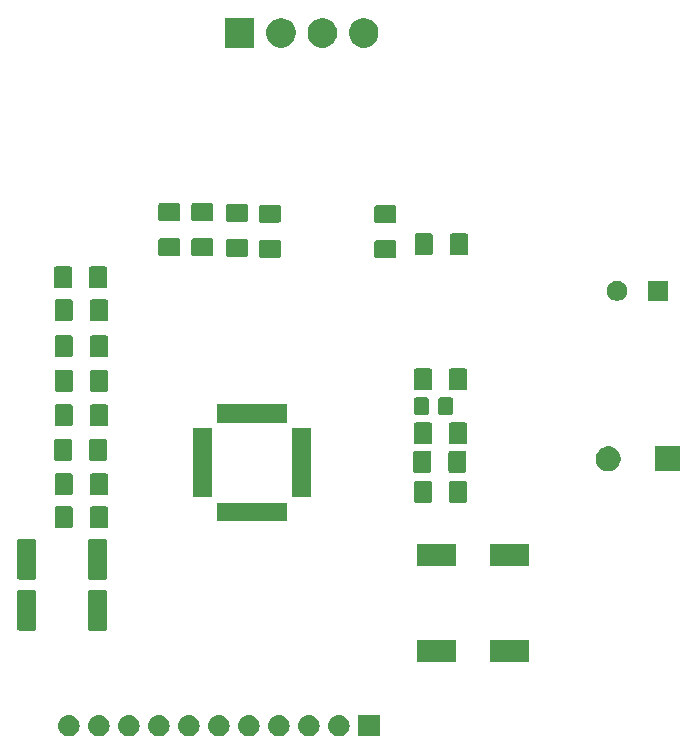
<source format=gbr>
G04 #@! TF.GenerationSoftware,KiCad,Pcbnew,(5.1.4-0-10_14)*
G04 #@! TF.CreationDate,2020-01-18T12:34:28-08:00*
G04 #@! TF.ProjectId,Board,426f6172-642e-46b6-9963-61645f706362,v1.0*
G04 #@! TF.SameCoordinates,Original*
G04 #@! TF.FileFunction,Soldermask,Top*
G04 #@! TF.FilePolarity,Negative*
%FSLAX46Y46*%
G04 Gerber Fmt 4.6, Leading zero omitted, Abs format (unit mm)*
G04 Created by KiCad (PCBNEW (5.1.4-0-10_14)) date 2020-01-18 12:34:28*
%MOMM*%
%LPD*%
G04 APERTURE LIST*
%ADD10C,0.100000*%
G04 APERTURE END LIST*
D10*
G36*
X77990000Y-94119000D02*
G01*
X76188000Y-94119000D01*
X76188000Y-92317000D01*
X77990000Y-92317000D01*
X77990000Y-94119000D01*
X77990000Y-94119000D01*
G37*
G36*
X74659442Y-92323518D02*
G01*
X74725627Y-92330037D01*
X74895466Y-92381557D01*
X75051991Y-92465222D01*
X75087729Y-92494552D01*
X75189186Y-92577814D01*
X75272448Y-92679271D01*
X75301778Y-92715009D01*
X75385443Y-92871534D01*
X75436963Y-93041373D01*
X75454359Y-93218000D01*
X75436963Y-93394627D01*
X75385443Y-93564466D01*
X75301778Y-93720991D01*
X75272448Y-93756729D01*
X75189186Y-93858186D01*
X75087729Y-93941448D01*
X75051991Y-93970778D01*
X74895466Y-94054443D01*
X74725627Y-94105963D01*
X74659442Y-94112482D01*
X74593260Y-94119000D01*
X74504740Y-94119000D01*
X74438558Y-94112482D01*
X74372373Y-94105963D01*
X74202534Y-94054443D01*
X74046009Y-93970778D01*
X74010271Y-93941448D01*
X73908814Y-93858186D01*
X73825552Y-93756729D01*
X73796222Y-93720991D01*
X73712557Y-93564466D01*
X73661037Y-93394627D01*
X73643641Y-93218000D01*
X73661037Y-93041373D01*
X73712557Y-92871534D01*
X73796222Y-92715009D01*
X73825552Y-92679271D01*
X73908814Y-92577814D01*
X74010271Y-92494552D01*
X74046009Y-92465222D01*
X74202534Y-92381557D01*
X74372373Y-92330037D01*
X74438558Y-92323518D01*
X74504740Y-92317000D01*
X74593260Y-92317000D01*
X74659442Y-92323518D01*
X74659442Y-92323518D01*
G37*
G36*
X72119442Y-92323518D02*
G01*
X72185627Y-92330037D01*
X72355466Y-92381557D01*
X72511991Y-92465222D01*
X72547729Y-92494552D01*
X72649186Y-92577814D01*
X72732448Y-92679271D01*
X72761778Y-92715009D01*
X72845443Y-92871534D01*
X72896963Y-93041373D01*
X72914359Y-93218000D01*
X72896963Y-93394627D01*
X72845443Y-93564466D01*
X72761778Y-93720991D01*
X72732448Y-93756729D01*
X72649186Y-93858186D01*
X72547729Y-93941448D01*
X72511991Y-93970778D01*
X72355466Y-94054443D01*
X72185627Y-94105963D01*
X72119442Y-94112482D01*
X72053260Y-94119000D01*
X71964740Y-94119000D01*
X71898558Y-94112482D01*
X71832373Y-94105963D01*
X71662534Y-94054443D01*
X71506009Y-93970778D01*
X71470271Y-93941448D01*
X71368814Y-93858186D01*
X71285552Y-93756729D01*
X71256222Y-93720991D01*
X71172557Y-93564466D01*
X71121037Y-93394627D01*
X71103641Y-93218000D01*
X71121037Y-93041373D01*
X71172557Y-92871534D01*
X71256222Y-92715009D01*
X71285552Y-92679271D01*
X71368814Y-92577814D01*
X71470271Y-92494552D01*
X71506009Y-92465222D01*
X71662534Y-92381557D01*
X71832373Y-92330037D01*
X71898558Y-92323518D01*
X71964740Y-92317000D01*
X72053260Y-92317000D01*
X72119442Y-92323518D01*
X72119442Y-92323518D01*
G37*
G36*
X69579442Y-92323518D02*
G01*
X69645627Y-92330037D01*
X69815466Y-92381557D01*
X69971991Y-92465222D01*
X70007729Y-92494552D01*
X70109186Y-92577814D01*
X70192448Y-92679271D01*
X70221778Y-92715009D01*
X70305443Y-92871534D01*
X70356963Y-93041373D01*
X70374359Y-93218000D01*
X70356963Y-93394627D01*
X70305443Y-93564466D01*
X70221778Y-93720991D01*
X70192448Y-93756729D01*
X70109186Y-93858186D01*
X70007729Y-93941448D01*
X69971991Y-93970778D01*
X69815466Y-94054443D01*
X69645627Y-94105963D01*
X69579442Y-94112482D01*
X69513260Y-94119000D01*
X69424740Y-94119000D01*
X69358558Y-94112482D01*
X69292373Y-94105963D01*
X69122534Y-94054443D01*
X68966009Y-93970778D01*
X68930271Y-93941448D01*
X68828814Y-93858186D01*
X68745552Y-93756729D01*
X68716222Y-93720991D01*
X68632557Y-93564466D01*
X68581037Y-93394627D01*
X68563641Y-93218000D01*
X68581037Y-93041373D01*
X68632557Y-92871534D01*
X68716222Y-92715009D01*
X68745552Y-92679271D01*
X68828814Y-92577814D01*
X68930271Y-92494552D01*
X68966009Y-92465222D01*
X69122534Y-92381557D01*
X69292373Y-92330037D01*
X69358558Y-92323518D01*
X69424740Y-92317000D01*
X69513260Y-92317000D01*
X69579442Y-92323518D01*
X69579442Y-92323518D01*
G37*
G36*
X67039442Y-92323518D02*
G01*
X67105627Y-92330037D01*
X67275466Y-92381557D01*
X67431991Y-92465222D01*
X67467729Y-92494552D01*
X67569186Y-92577814D01*
X67652448Y-92679271D01*
X67681778Y-92715009D01*
X67765443Y-92871534D01*
X67816963Y-93041373D01*
X67834359Y-93218000D01*
X67816963Y-93394627D01*
X67765443Y-93564466D01*
X67681778Y-93720991D01*
X67652448Y-93756729D01*
X67569186Y-93858186D01*
X67467729Y-93941448D01*
X67431991Y-93970778D01*
X67275466Y-94054443D01*
X67105627Y-94105963D01*
X67039442Y-94112482D01*
X66973260Y-94119000D01*
X66884740Y-94119000D01*
X66818558Y-94112482D01*
X66752373Y-94105963D01*
X66582534Y-94054443D01*
X66426009Y-93970778D01*
X66390271Y-93941448D01*
X66288814Y-93858186D01*
X66205552Y-93756729D01*
X66176222Y-93720991D01*
X66092557Y-93564466D01*
X66041037Y-93394627D01*
X66023641Y-93218000D01*
X66041037Y-93041373D01*
X66092557Y-92871534D01*
X66176222Y-92715009D01*
X66205552Y-92679271D01*
X66288814Y-92577814D01*
X66390271Y-92494552D01*
X66426009Y-92465222D01*
X66582534Y-92381557D01*
X66752373Y-92330037D01*
X66818558Y-92323518D01*
X66884740Y-92317000D01*
X66973260Y-92317000D01*
X67039442Y-92323518D01*
X67039442Y-92323518D01*
G37*
G36*
X64499442Y-92323518D02*
G01*
X64565627Y-92330037D01*
X64735466Y-92381557D01*
X64891991Y-92465222D01*
X64927729Y-92494552D01*
X65029186Y-92577814D01*
X65112448Y-92679271D01*
X65141778Y-92715009D01*
X65225443Y-92871534D01*
X65276963Y-93041373D01*
X65294359Y-93218000D01*
X65276963Y-93394627D01*
X65225443Y-93564466D01*
X65141778Y-93720991D01*
X65112448Y-93756729D01*
X65029186Y-93858186D01*
X64927729Y-93941448D01*
X64891991Y-93970778D01*
X64735466Y-94054443D01*
X64565627Y-94105963D01*
X64499442Y-94112482D01*
X64433260Y-94119000D01*
X64344740Y-94119000D01*
X64278558Y-94112482D01*
X64212373Y-94105963D01*
X64042534Y-94054443D01*
X63886009Y-93970778D01*
X63850271Y-93941448D01*
X63748814Y-93858186D01*
X63665552Y-93756729D01*
X63636222Y-93720991D01*
X63552557Y-93564466D01*
X63501037Y-93394627D01*
X63483641Y-93218000D01*
X63501037Y-93041373D01*
X63552557Y-92871534D01*
X63636222Y-92715009D01*
X63665552Y-92679271D01*
X63748814Y-92577814D01*
X63850271Y-92494552D01*
X63886009Y-92465222D01*
X64042534Y-92381557D01*
X64212373Y-92330037D01*
X64278558Y-92323518D01*
X64344740Y-92317000D01*
X64433260Y-92317000D01*
X64499442Y-92323518D01*
X64499442Y-92323518D01*
G37*
G36*
X61959442Y-92323518D02*
G01*
X62025627Y-92330037D01*
X62195466Y-92381557D01*
X62351991Y-92465222D01*
X62387729Y-92494552D01*
X62489186Y-92577814D01*
X62572448Y-92679271D01*
X62601778Y-92715009D01*
X62685443Y-92871534D01*
X62736963Y-93041373D01*
X62754359Y-93218000D01*
X62736963Y-93394627D01*
X62685443Y-93564466D01*
X62601778Y-93720991D01*
X62572448Y-93756729D01*
X62489186Y-93858186D01*
X62387729Y-93941448D01*
X62351991Y-93970778D01*
X62195466Y-94054443D01*
X62025627Y-94105963D01*
X61959442Y-94112482D01*
X61893260Y-94119000D01*
X61804740Y-94119000D01*
X61738558Y-94112482D01*
X61672373Y-94105963D01*
X61502534Y-94054443D01*
X61346009Y-93970778D01*
X61310271Y-93941448D01*
X61208814Y-93858186D01*
X61125552Y-93756729D01*
X61096222Y-93720991D01*
X61012557Y-93564466D01*
X60961037Y-93394627D01*
X60943641Y-93218000D01*
X60961037Y-93041373D01*
X61012557Y-92871534D01*
X61096222Y-92715009D01*
X61125552Y-92679271D01*
X61208814Y-92577814D01*
X61310271Y-92494552D01*
X61346009Y-92465222D01*
X61502534Y-92381557D01*
X61672373Y-92330037D01*
X61738558Y-92323518D01*
X61804740Y-92317000D01*
X61893260Y-92317000D01*
X61959442Y-92323518D01*
X61959442Y-92323518D01*
G37*
G36*
X59419442Y-92323518D02*
G01*
X59485627Y-92330037D01*
X59655466Y-92381557D01*
X59811991Y-92465222D01*
X59847729Y-92494552D01*
X59949186Y-92577814D01*
X60032448Y-92679271D01*
X60061778Y-92715009D01*
X60145443Y-92871534D01*
X60196963Y-93041373D01*
X60214359Y-93218000D01*
X60196963Y-93394627D01*
X60145443Y-93564466D01*
X60061778Y-93720991D01*
X60032448Y-93756729D01*
X59949186Y-93858186D01*
X59847729Y-93941448D01*
X59811991Y-93970778D01*
X59655466Y-94054443D01*
X59485627Y-94105963D01*
X59419442Y-94112482D01*
X59353260Y-94119000D01*
X59264740Y-94119000D01*
X59198558Y-94112482D01*
X59132373Y-94105963D01*
X58962534Y-94054443D01*
X58806009Y-93970778D01*
X58770271Y-93941448D01*
X58668814Y-93858186D01*
X58585552Y-93756729D01*
X58556222Y-93720991D01*
X58472557Y-93564466D01*
X58421037Y-93394627D01*
X58403641Y-93218000D01*
X58421037Y-93041373D01*
X58472557Y-92871534D01*
X58556222Y-92715009D01*
X58585552Y-92679271D01*
X58668814Y-92577814D01*
X58770271Y-92494552D01*
X58806009Y-92465222D01*
X58962534Y-92381557D01*
X59132373Y-92330037D01*
X59198558Y-92323518D01*
X59264740Y-92317000D01*
X59353260Y-92317000D01*
X59419442Y-92323518D01*
X59419442Y-92323518D01*
G37*
G36*
X56879442Y-92323518D02*
G01*
X56945627Y-92330037D01*
X57115466Y-92381557D01*
X57271991Y-92465222D01*
X57307729Y-92494552D01*
X57409186Y-92577814D01*
X57492448Y-92679271D01*
X57521778Y-92715009D01*
X57605443Y-92871534D01*
X57656963Y-93041373D01*
X57674359Y-93218000D01*
X57656963Y-93394627D01*
X57605443Y-93564466D01*
X57521778Y-93720991D01*
X57492448Y-93756729D01*
X57409186Y-93858186D01*
X57307729Y-93941448D01*
X57271991Y-93970778D01*
X57115466Y-94054443D01*
X56945627Y-94105963D01*
X56879442Y-94112482D01*
X56813260Y-94119000D01*
X56724740Y-94119000D01*
X56658558Y-94112482D01*
X56592373Y-94105963D01*
X56422534Y-94054443D01*
X56266009Y-93970778D01*
X56230271Y-93941448D01*
X56128814Y-93858186D01*
X56045552Y-93756729D01*
X56016222Y-93720991D01*
X55932557Y-93564466D01*
X55881037Y-93394627D01*
X55863641Y-93218000D01*
X55881037Y-93041373D01*
X55932557Y-92871534D01*
X56016222Y-92715009D01*
X56045552Y-92679271D01*
X56128814Y-92577814D01*
X56230271Y-92494552D01*
X56266009Y-92465222D01*
X56422534Y-92381557D01*
X56592373Y-92330037D01*
X56658558Y-92323518D01*
X56724740Y-92317000D01*
X56813260Y-92317000D01*
X56879442Y-92323518D01*
X56879442Y-92323518D01*
G37*
G36*
X54339442Y-92323518D02*
G01*
X54405627Y-92330037D01*
X54575466Y-92381557D01*
X54731991Y-92465222D01*
X54767729Y-92494552D01*
X54869186Y-92577814D01*
X54952448Y-92679271D01*
X54981778Y-92715009D01*
X55065443Y-92871534D01*
X55116963Y-93041373D01*
X55134359Y-93218000D01*
X55116963Y-93394627D01*
X55065443Y-93564466D01*
X54981778Y-93720991D01*
X54952448Y-93756729D01*
X54869186Y-93858186D01*
X54767729Y-93941448D01*
X54731991Y-93970778D01*
X54575466Y-94054443D01*
X54405627Y-94105963D01*
X54339442Y-94112482D01*
X54273260Y-94119000D01*
X54184740Y-94119000D01*
X54118558Y-94112482D01*
X54052373Y-94105963D01*
X53882534Y-94054443D01*
X53726009Y-93970778D01*
X53690271Y-93941448D01*
X53588814Y-93858186D01*
X53505552Y-93756729D01*
X53476222Y-93720991D01*
X53392557Y-93564466D01*
X53341037Y-93394627D01*
X53323641Y-93218000D01*
X53341037Y-93041373D01*
X53392557Y-92871534D01*
X53476222Y-92715009D01*
X53505552Y-92679271D01*
X53588814Y-92577814D01*
X53690271Y-92494552D01*
X53726009Y-92465222D01*
X53882534Y-92381557D01*
X54052373Y-92330037D01*
X54118558Y-92323518D01*
X54184740Y-92317000D01*
X54273260Y-92317000D01*
X54339442Y-92323518D01*
X54339442Y-92323518D01*
G37*
G36*
X51799442Y-92323518D02*
G01*
X51865627Y-92330037D01*
X52035466Y-92381557D01*
X52191991Y-92465222D01*
X52227729Y-92494552D01*
X52329186Y-92577814D01*
X52412448Y-92679271D01*
X52441778Y-92715009D01*
X52525443Y-92871534D01*
X52576963Y-93041373D01*
X52594359Y-93218000D01*
X52576963Y-93394627D01*
X52525443Y-93564466D01*
X52441778Y-93720991D01*
X52412448Y-93756729D01*
X52329186Y-93858186D01*
X52227729Y-93941448D01*
X52191991Y-93970778D01*
X52035466Y-94054443D01*
X51865627Y-94105963D01*
X51799442Y-94112482D01*
X51733260Y-94119000D01*
X51644740Y-94119000D01*
X51578558Y-94112482D01*
X51512373Y-94105963D01*
X51342534Y-94054443D01*
X51186009Y-93970778D01*
X51150271Y-93941448D01*
X51048814Y-93858186D01*
X50965552Y-93756729D01*
X50936222Y-93720991D01*
X50852557Y-93564466D01*
X50801037Y-93394627D01*
X50783641Y-93218000D01*
X50801037Y-93041373D01*
X50852557Y-92871534D01*
X50936222Y-92715009D01*
X50965552Y-92679271D01*
X51048814Y-92577814D01*
X51150271Y-92494552D01*
X51186009Y-92465222D01*
X51342534Y-92381557D01*
X51512373Y-92330037D01*
X51578558Y-92323518D01*
X51644740Y-92317000D01*
X51733260Y-92317000D01*
X51799442Y-92323518D01*
X51799442Y-92323518D01*
G37*
G36*
X90655000Y-87819000D02*
G01*
X87353000Y-87819000D01*
X87353000Y-85917000D01*
X90655000Y-85917000D01*
X90655000Y-87819000D01*
X90655000Y-87819000D01*
G37*
G36*
X84455000Y-87819000D02*
G01*
X81153000Y-87819000D01*
X81153000Y-85917000D01*
X84455000Y-85917000D01*
X84455000Y-87819000D01*
X84455000Y-87819000D01*
G37*
G36*
X48793320Y-81717103D02*
G01*
X48827485Y-81727467D01*
X48858964Y-81744293D01*
X48886560Y-81766940D01*
X48909207Y-81794536D01*
X48926033Y-81826015D01*
X48936397Y-81860180D01*
X48940500Y-81901842D01*
X48940500Y-84976158D01*
X48936397Y-85017820D01*
X48926033Y-85051985D01*
X48909207Y-85083464D01*
X48886560Y-85111060D01*
X48858964Y-85133707D01*
X48827485Y-85150533D01*
X48793320Y-85160897D01*
X48751658Y-85165000D01*
X47502342Y-85165000D01*
X47460680Y-85160897D01*
X47426515Y-85150533D01*
X47395036Y-85133707D01*
X47367440Y-85111060D01*
X47344793Y-85083464D01*
X47327967Y-85051985D01*
X47317603Y-85017820D01*
X47313500Y-84976158D01*
X47313500Y-81901842D01*
X47317603Y-81860180D01*
X47327967Y-81826015D01*
X47344793Y-81794536D01*
X47367440Y-81766940D01*
X47395036Y-81744293D01*
X47426515Y-81727467D01*
X47460680Y-81717103D01*
X47502342Y-81713000D01*
X48751658Y-81713000D01*
X48793320Y-81717103D01*
X48793320Y-81717103D01*
G37*
G36*
X54768320Y-81717103D02*
G01*
X54802485Y-81727467D01*
X54833964Y-81744293D01*
X54861560Y-81766940D01*
X54884207Y-81794536D01*
X54901033Y-81826015D01*
X54911397Y-81860180D01*
X54915500Y-81901842D01*
X54915500Y-84976158D01*
X54911397Y-85017820D01*
X54901033Y-85051985D01*
X54884207Y-85083464D01*
X54861560Y-85111060D01*
X54833964Y-85133707D01*
X54802485Y-85150533D01*
X54768320Y-85160897D01*
X54726658Y-85165000D01*
X53477342Y-85165000D01*
X53435680Y-85160897D01*
X53401515Y-85150533D01*
X53370036Y-85133707D01*
X53342440Y-85111060D01*
X53319793Y-85083464D01*
X53302967Y-85051985D01*
X53292603Y-85017820D01*
X53288500Y-84976158D01*
X53288500Y-81901842D01*
X53292603Y-81860180D01*
X53302967Y-81826015D01*
X53319793Y-81794536D01*
X53342440Y-81766940D01*
X53370036Y-81744293D01*
X53401515Y-81727467D01*
X53435680Y-81717103D01*
X53477342Y-81713000D01*
X54726658Y-81713000D01*
X54768320Y-81717103D01*
X54768320Y-81717103D01*
G37*
G36*
X54768320Y-77399103D02*
G01*
X54802485Y-77409467D01*
X54833964Y-77426293D01*
X54861560Y-77448940D01*
X54884207Y-77476536D01*
X54901033Y-77508015D01*
X54911397Y-77542180D01*
X54915500Y-77583842D01*
X54915500Y-80658158D01*
X54911397Y-80699820D01*
X54901033Y-80733985D01*
X54884207Y-80765464D01*
X54861560Y-80793060D01*
X54833964Y-80815707D01*
X54802485Y-80832533D01*
X54768320Y-80842897D01*
X54726658Y-80847000D01*
X53477342Y-80847000D01*
X53435680Y-80842897D01*
X53401515Y-80832533D01*
X53370036Y-80815707D01*
X53342440Y-80793060D01*
X53319793Y-80765464D01*
X53302967Y-80733985D01*
X53292603Y-80699820D01*
X53288500Y-80658158D01*
X53288500Y-77583842D01*
X53292603Y-77542180D01*
X53302967Y-77508015D01*
X53319793Y-77476536D01*
X53342440Y-77448940D01*
X53370036Y-77426293D01*
X53401515Y-77409467D01*
X53435680Y-77399103D01*
X53477342Y-77395000D01*
X54726658Y-77395000D01*
X54768320Y-77399103D01*
X54768320Y-77399103D01*
G37*
G36*
X48793320Y-77399103D02*
G01*
X48827485Y-77409467D01*
X48858964Y-77426293D01*
X48886560Y-77448940D01*
X48909207Y-77476536D01*
X48926033Y-77508015D01*
X48936397Y-77542180D01*
X48940500Y-77583842D01*
X48940500Y-80658158D01*
X48936397Y-80699820D01*
X48926033Y-80733985D01*
X48909207Y-80765464D01*
X48886560Y-80793060D01*
X48858964Y-80815707D01*
X48827485Y-80832533D01*
X48793320Y-80842897D01*
X48751658Y-80847000D01*
X47502342Y-80847000D01*
X47460680Y-80842897D01*
X47426515Y-80832533D01*
X47395036Y-80815707D01*
X47367440Y-80793060D01*
X47344793Y-80765464D01*
X47327967Y-80733985D01*
X47317603Y-80699820D01*
X47313500Y-80658158D01*
X47313500Y-77583842D01*
X47317603Y-77542180D01*
X47327967Y-77508015D01*
X47344793Y-77476536D01*
X47367440Y-77448940D01*
X47395036Y-77426293D01*
X47426515Y-77409467D01*
X47460680Y-77399103D01*
X47502342Y-77395000D01*
X48751658Y-77395000D01*
X48793320Y-77399103D01*
X48793320Y-77399103D01*
G37*
G36*
X90655000Y-79691000D02*
G01*
X87353000Y-79691000D01*
X87353000Y-77789000D01*
X90655000Y-77789000D01*
X90655000Y-79691000D01*
X90655000Y-79691000D01*
G37*
G36*
X84455000Y-79691000D02*
G01*
X81153000Y-79691000D01*
X81153000Y-77789000D01*
X84455000Y-77789000D01*
X84455000Y-79691000D01*
X84455000Y-79691000D01*
G37*
G36*
X54842062Y-74643181D02*
G01*
X54876981Y-74653774D01*
X54909163Y-74670976D01*
X54937373Y-74694127D01*
X54960524Y-74722337D01*
X54977726Y-74754519D01*
X54988319Y-74789438D01*
X54992500Y-74831895D01*
X54992500Y-76298105D01*
X54988319Y-76340562D01*
X54977726Y-76375481D01*
X54960524Y-76407663D01*
X54937373Y-76435873D01*
X54909163Y-76459024D01*
X54876981Y-76476226D01*
X54842062Y-76486819D01*
X54799605Y-76491000D01*
X53658395Y-76491000D01*
X53615938Y-76486819D01*
X53581019Y-76476226D01*
X53548837Y-76459024D01*
X53520627Y-76435873D01*
X53497476Y-76407663D01*
X53480274Y-76375481D01*
X53469681Y-76340562D01*
X53465500Y-76298105D01*
X53465500Y-74831895D01*
X53469681Y-74789438D01*
X53480274Y-74754519D01*
X53497476Y-74722337D01*
X53520627Y-74694127D01*
X53548837Y-74670976D01*
X53581019Y-74653774D01*
X53615938Y-74643181D01*
X53658395Y-74639000D01*
X54799605Y-74639000D01*
X54842062Y-74643181D01*
X54842062Y-74643181D01*
G37*
G36*
X51867062Y-74643181D02*
G01*
X51901981Y-74653774D01*
X51934163Y-74670976D01*
X51962373Y-74694127D01*
X51985524Y-74722337D01*
X52002726Y-74754519D01*
X52013319Y-74789438D01*
X52017500Y-74831895D01*
X52017500Y-76298105D01*
X52013319Y-76340562D01*
X52002726Y-76375481D01*
X51985524Y-76407663D01*
X51962373Y-76435873D01*
X51934163Y-76459024D01*
X51901981Y-76476226D01*
X51867062Y-76486819D01*
X51824605Y-76491000D01*
X50683395Y-76491000D01*
X50640938Y-76486819D01*
X50606019Y-76476226D01*
X50573837Y-76459024D01*
X50545627Y-76435873D01*
X50522476Y-76407663D01*
X50505274Y-76375481D01*
X50494681Y-76340562D01*
X50490500Y-76298105D01*
X50490500Y-74831895D01*
X50494681Y-74789438D01*
X50505274Y-74754519D01*
X50522476Y-74722337D01*
X50545627Y-74694127D01*
X50573837Y-74670976D01*
X50606019Y-74653774D01*
X50640938Y-74643181D01*
X50683395Y-74639000D01*
X51824605Y-74639000D01*
X51867062Y-74643181D01*
X51867062Y-74643181D01*
G37*
G36*
X70127001Y-75907001D02*
G01*
X64245001Y-75907001D01*
X64245001Y-74315001D01*
X70127001Y-74315001D01*
X70127001Y-75907001D01*
X70127001Y-75907001D01*
G37*
G36*
X82274062Y-72484181D02*
G01*
X82308981Y-72494774D01*
X82341163Y-72511976D01*
X82369373Y-72535127D01*
X82392524Y-72563337D01*
X82409726Y-72595519D01*
X82420319Y-72630438D01*
X82424500Y-72672895D01*
X82424500Y-74139105D01*
X82420319Y-74181562D01*
X82409726Y-74216481D01*
X82392524Y-74248663D01*
X82369373Y-74276873D01*
X82341163Y-74300024D01*
X82308981Y-74317226D01*
X82274062Y-74327819D01*
X82231605Y-74332000D01*
X81090395Y-74332000D01*
X81047938Y-74327819D01*
X81013019Y-74317226D01*
X80980837Y-74300024D01*
X80952627Y-74276873D01*
X80929476Y-74248663D01*
X80912274Y-74216481D01*
X80901681Y-74181562D01*
X80897500Y-74139105D01*
X80897500Y-72672895D01*
X80901681Y-72630438D01*
X80912274Y-72595519D01*
X80929476Y-72563337D01*
X80952627Y-72535127D01*
X80980837Y-72511976D01*
X81013019Y-72494774D01*
X81047938Y-72484181D01*
X81090395Y-72480000D01*
X82231605Y-72480000D01*
X82274062Y-72484181D01*
X82274062Y-72484181D01*
G37*
G36*
X85249062Y-72484181D02*
G01*
X85283981Y-72494774D01*
X85316163Y-72511976D01*
X85344373Y-72535127D01*
X85367524Y-72563337D01*
X85384726Y-72595519D01*
X85395319Y-72630438D01*
X85399500Y-72672895D01*
X85399500Y-74139105D01*
X85395319Y-74181562D01*
X85384726Y-74216481D01*
X85367524Y-74248663D01*
X85344373Y-74276873D01*
X85316163Y-74300024D01*
X85283981Y-74317226D01*
X85249062Y-74327819D01*
X85206605Y-74332000D01*
X84065395Y-74332000D01*
X84022938Y-74327819D01*
X83988019Y-74317226D01*
X83955837Y-74300024D01*
X83927627Y-74276873D01*
X83904476Y-74248663D01*
X83887274Y-74216481D01*
X83876681Y-74181562D01*
X83872500Y-74139105D01*
X83872500Y-72672895D01*
X83876681Y-72630438D01*
X83887274Y-72595519D01*
X83904476Y-72563337D01*
X83927627Y-72535127D01*
X83955837Y-72511976D01*
X83988019Y-72494774D01*
X84022938Y-72484181D01*
X84065395Y-72480000D01*
X85206605Y-72480000D01*
X85249062Y-72484181D01*
X85249062Y-72484181D01*
G37*
G36*
X72152001Y-73882001D02*
G01*
X70560001Y-73882001D01*
X70560001Y-68000001D01*
X72152001Y-68000001D01*
X72152001Y-73882001D01*
X72152001Y-73882001D01*
G37*
G36*
X63812001Y-73882001D02*
G01*
X62220001Y-73882001D01*
X62220001Y-68000001D01*
X63812001Y-68000001D01*
X63812001Y-73882001D01*
X63812001Y-73882001D01*
G37*
G36*
X54842062Y-71849181D02*
G01*
X54876981Y-71859774D01*
X54909163Y-71876976D01*
X54937373Y-71900127D01*
X54960524Y-71928337D01*
X54977726Y-71960519D01*
X54988319Y-71995438D01*
X54992500Y-72037895D01*
X54992500Y-73504105D01*
X54988319Y-73546562D01*
X54977726Y-73581481D01*
X54960524Y-73613663D01*
X54937373Y-73641873D01*
X54909163Y-73665024D01*
X54876981Y-73682226D01*
X54842062Y-73692819D01*
X54799605Y-73697000D01*
X53658395Y-73697000D01*
X53615938Y-73692819D01*
X53581019Y-73682226D01*
X53548837Y-73665024D01*
X53520627Y-73641873D01*
X53497476Y-73613663D01*
X53480274Y-73581481D01*
X53469681Y-73546562D01*
X53465500Y-73504105D01*
X53465500Y-72037895D01*
X53469681Y-71995438D01*
X53480274Y-71960519D01*
X53497476Y-71928337D01*
X53520627Y-71900127D01*
X53548837Y-71876976D01*
X53581019Y-71859774D01*
X53615938Y-71849181D01*
X53658395Y-71845000D01*
X54799605Y-71845000D01*
X54842062Y-71849181D01*
X54842062Y-71849181D01*
G37*
G36*
X51867062Y-71849181D02*
G01*
X51901981Y-71859774D01*
X51934163Y-71876976D01*
X51962373Y-71900127D01*
X51985524Y-71928337D01*
X52002726Y-71960519D01*
X52013319Y-71995438D01*
X52017500Y-72037895D01*
X52017500Y-73504105D01*
X52013319Y-73546562D01*
X52002726Y-73581481D01*
X51985524Y-73613663D01*
X51962373Y-73641873D01*
X51934163Y-73665024D01*
X51901981Y-73682226D01*
X51867062Y-73692819D01*
X51824605Y-73697000D01*
X50683395Y-73697000D01*
X50640938Y-73692819D01*
X50606019Y-73682226D01*
X50573837Y-73665024D01*
X50545627Y-73641873D01*
X50522476Y-73613663D01*
X50505274Y-73581481D01*
X50494681Y-73546562D01*
X50490500Y-73504105D01*
X50490500Y-72037895D01*
X50494681Y-71995438D01*
X50505274Y-71960519D01*
X50522476Y-71928337D01*
X50545627Y-71900127D01*
X50573837Y-71876976D01*
X50606019Y-71859774D01*
X50640938Y-71849181D01*
X50683395Y-71845000D01*
X51824605Y-71845000D01*
X51867062Y-71849181D01*
X51867062Y-71849181D01*
G37*
G36*
X85195062Y-69944181D02*
G01*
X85229981Y-69954774D01*
X85262163Y-69971976D01*
X85290373Y-69995127D01*
X85313524Y-70023337D01*
X85330726Y-70055519D01*
X85341319Y-70090438D01*
X85345500Y-70132895D01*
X85345500Y-71599105D01*
X85341319Y-71641562D01*
X85330726Y-71676481D01*
X85313524Y-71708663D01*
X85290373Y-71736873D01*
X85262163Y-71760024D01*
X85229981Y-71777226D01*
X85195062Y-71787819D01*
X85152605Y-71792000D01*
X84011395Y-71792000D01*
X83968938Y-71787819D01*
X83934019Y-71777226D01*
X83901837Y-71760024D01*
X83873627Y-71736873D01*
X83850476Y-71708663D01*
X83833274Y-71676481D01*
X83822681Y-71641562D01*
X83818500Y-71599105D01*
X83818500Y-70132895D01*
X83822681Y-70090438D01*
X83833274Y-70055519D01*
X83850476Y-70023337D01*
X83873627Y-69995127D01*
X83901837Y-69971976D01*
X83934019Y-69954774D01*
X83968938Y-69944181D01*
X84011395Y-69940000D01*
X85152605Y-69940000D01*
X85195062Y-69944181D01*
X85195062Y-69944181D01*
G37*
G36*
X82220062Y-69944181D02*
G01*
X82254981Y-69954774D01*
X82287163Y-69971976D01*
X82315373Y-69995127D01*
X82338524Y-70023337D01*
X82355726Y-70055519D01*
X82366319Y-70090438D01*
X82370500Y-70132895D01*
X82370500Y-71599105D01*
X82366319Y-71641562D01*
X82355726Y-71676481D01*
X82338524Y-71708663D01*
X82315373Y-71736873D01*
X82287163Y-71760024D01*
X82254981Y-71777226D01*
X82220062Y-71787819D01*
X82177605Y-71792000D01*
X81036395Y-71792000D01*
X80993938Y-71787819D01*
X80959019Y-71777226D01*
X80926837Y-71760024D01*
X80898627Y-71736873D01*
X80875476Y-71708663D01*
X80858274Y-71676481D01*
X80847681Y-71641562D01*
X80843500Y-71599105D01*
X80843500Y-70132895D01*
X80847681Y-70090438D01*
X80858274Y-70055519D01*
X80875476Y-70023337D01*
X80898627Y-69995127D01*
X80926837Y-69971976D01*
X80959019Y-69954774D01*
X80993938Y-69944181D01*
X81036395Y-69940000D01*
X82177605Y-69940000D01*
X82220062Y-69944181D01*
X82220062Y-69944181D01*
G37*
G36*
X103413000Y-71663000D02*
G01*
X101311000Y-71663000D01*
X101311000Y-69561000D01*
X103413000Y-69561000D01*
X103413000Y-71663000D01*
X103413000Y-71663000D01*
G37*
G36*
X97668564Y-69601389D02*
G01*
X97859833Y-69680615D01*
X97859835Y-69680616D01*
X98031973Y-69795635D01*
X98178365Y-69942027D01*
X98256565Y-70059061D01*
X98293385Y-70114167D01*
X98372611Y-70305436D01*
X98413000Y-70508484D01*
X98413000Y-70715516D01*
X98372611Y-70918564D01*
X98293385Y-71109833D01*
X98293384Y-71109835D01*
X98178365Y-71281973D01*
X98031973Y-71428365D01*
X97859835Y-71543384D01*
X97859834Y-71543385D01*
X97859833Y-71543385D01*
X97668564Y-71622611D01*
X97465516Y-71663000D01*
X97258484Y-71663000D01*
X97055436Y-71622611D01*
X96864167Y-71543385D01*
X96864166Y-71543385D01*
X96864165Y-71543384D01*
X96692027Y-71428365D01*
X96545635Y-71281973D01*
X96430616Y-71109835D01*
X96430615Y-71109833D01*
X96351389Y-70918564D01*
X96311000Y-70715516D01*
X96311000Y-70508484D01*
X96351389Y-70305436D01*
X96430615Y-70114167D01*
X96467436Y-70059061D01*
X96545635Y-69942027D01*
X96692027Y-69795635D01*
X96864165Y-69680616D01*
X96864167Y-69680615D01*
X97055436Y-69601389D01*
X97258484Y-69561000D01*
X97465516Y-69561000D01*
X97668564Y-69601389D01*
X97668564Y-69601389D01*
G37*
G36*
X51794062Y-68928181D02*
G01*
X51828981Y-68938774D01*
X51861163Y-68955976D01*
X51889373Y-68979127D01*
X51912524Y-69007337D01*
X51929726Y-69039519D01*
X51940319Y-69074438D01*
X51944500Y-69116895D01*
X51944500Y-70583105D01*
X51940319Y-70625562D01*
X51929726Y-70660481D01*
X51912524Y-70692663D01*
X51889373Y-70720873D01*
X51861163Y-70744024D01*
X51828981Y-70761226D01*
X51794062Y-70771819D01*
X51751605Y-70776000D01*
X50610395Y-70776000D01*
X50567938Y-70771819D01*
X50533019Y-70761226D01*
X50500837Y-70744024D01*
X50472627Y-70720873D01*
X50449476Y-70692663D01*
X50432274Y-70660481D01*
X50421681Y-70625562D01*
X50417500Y-70583105D01*
X50417500Y-69116895D01*
X50421681Y-69074438D01*
X50432274Y-69039519D01*
X50449476Y-69007337D01*
X50472627Y-68979127D01*
X50500837Y-68955976D01*
X50533019Y-68938774D01*
X50567938Y-68928181D01*
X50610395Y-68924000D01*
X51751605Y-68924000D01*
X51794062Y-68928181D01*
X51794062Y-68928181D01*
G37*
G36*
X54769062Y-68928181D02*
G01*
X54803981Y-68938774D01*
X54836163Y-68955976D01*
X54864373Y-68979127D01*
X54887524Y-69007337D01*
X54904726Y-69039519D01*
X54915319Y-69074438D01*
X54919500Y-69116895D01*
X54919500Y-70583105D01*
X54915319Y-70625562D01*
X54904726Y-70660481D01*
X54887524Y-70692663D01*
X54864373Y-70720873D01*
X54836163Y-70744024D01*
X54803981Y-70761226D01*
X54769062Y-70771819D01*
X54726605Y-70776000D01*
X53585395Y-70776000D01*
X53542938Y-70771819D01*
X53508019Y-70761226D01*
X53475837Y-70744024D01*
X53447627Y-70720873D01*
X53424476Y-70692663D01*
X53407274Y-70660481D01*
X53396681Y-70625562D01*
X53392500Y-70583105D01*
X53392500Y-69116895D01*
X53396681Y-69074438D01*
X53407274Y-69039519D01*
X53424476Y-69007337D01*
X53447627Y-68979127D01*
X53475837Y-68955976D01*
X53508019Y-68938774D01*
X53542938Y-68928181D01*
X53585395Y-68924000D01*
X54726605Y-68924000D01*
X54769062Y-68928181D01*
X54769062Y-68928181D01*
G37*
G36*
X82274062Y-67531181D02*
G01*
X82308981Y-67541774D01*
X82341163Y-67558976D01*
X82369373Y-67582127D01*
X82392524Y-67610337D01*
X82409726Y-67642519D01*
X82420319Y-67677438D01*
X82424500Y-67719895D01*
X82424500Y-69186105D01*
X82420319Y-69228562D01*
X82409726Y-69263481D01*
X82392524Y-69295663D01*
X82369373Y-69323873D01*
X82341163Y-69347024D01*
X82308981Y-69364226D01*
X82274062Y-69374819D01*
X82231605Y-69379000D01*
X81090395Y-69379000D01*
X81047938Y-69374819D01*
X81013019Y-69364226D01*
X80980837Y-69347024D01*
X80952627Y-69323873D01*
X80929476Y-69295663D01*
X80912274Y-69263481D01*
X80901681Y-69228562D01*
X80897500Y-69186105D01*
X80897500Y-67719895D01*
X80901681Y-67677438D01*
X80912274Y-67642519D01*
X80929476Y-67610337D01*
X80952627Y-67582127D01*
X80980837Y-67558976D01*
X81013019Y-67541774D01*
X81047938Y-67531181D01*
X81090395Y-67527000D01*
X82231605Y-67527000D01*
X82274062Y-67531181D01*
X82274062Y-67531181D01*
G37*
G36*
X85249062Y-67531181D02*
G01*
X85283981Y-67541774D01*
X85316163Y-67558976D01*
X85344373Y-67582127D01*
X85367524Y-67610337D01*
X85384726Y-67642519D01*
X85395319Y-67677438D01*
X85399500Y-67719895D01*
X85399500Y-69186105D01*
X85395319Y-69228562D01*
X85384726Y-69263481D01*
X85367524Y-69295663D01*
X85344373Y-69323873D01*
X85316163Y-69347024D01*
X85283981Y-69364226D01*
X85249062Y-69374819D01*
X85206605Y-69379000D01*
X84065395Y-69379000D01*
X84022938Y-69374819D01*
X83988019Y-69364226D01*
X83955837Y-69347024D01*
X83927627Y-69323873D01*
X83904476Y-69295663D01*
X83887274Y-69263481D01*
X83876681Y-69228562D01*
X83872500Y-69186105D01*
X83872500Y-67719895D01*
X83876681Y-67677438D01*
X83887274Y-67642519D01*
X83904476Y-67610337D01*
X83927627Y-67582127D01*
X83955837Y-67558976D01*
X83988019Y-67541774D01*
X84022938Y-67531181D01*
X84065395Y-67527000D01*
X85206605Y-67527000D01*
X85249062Y-67531181D01*
X85249062Y-67531181D01*
G37*
G36*
X54842062Y-66007181D02*
G01*
X54876981Y-66017774D01*
X54909163Y-66034976D01*
X54937373Y-66058127D01*
X54960524Y-66086337D01*
X54977726Y-66118519D01*
X54988319Y-66153438D01*
X54992500Y-66195895D01*
X54992500Y-67662105D01*
X54988319Y-67704562D01*
X54977726Y-67739481D01*
X54960524Y-67771663D01*
X54937373Y-67799873D01*
X54909163Y-67823024D01*
X54876981Y-67840226D01*
X54842062Y-67850819D01*
X54799605Y-67855000D01*
X53658395Y-67855000D01*
X53615938Y-67850819D01*
X53581019Y-67840226D01*
X53548837Y-67823024D01*
X53520627Y-67799873D01*
X53497476Y-67771663D01*
X53480274Y-67739481D01*
X53469681Y-67704562D01*
X53465500Y-67662105D01*
X53465500Y-66195895D01*
X53469681Y-66153438D01*
X53480274Y-66118519D01*
X53497476Y-66086337D01*
X53520627Y-66058127D01*
X53548837Y-66034976D01*
X53581019Y-66017774D01*
X53615938Y-66007181D01*
X53658395Y-66003000D01*
X54799605Y-66003000D01*
X54842062Y-66007181D01*
X54842062Y-66007181D01*
G37*
G36*
X51867062Y-66007181D02*
G01*
X51901981Y-66017774D01*
X51934163Y-66034976D01*
X51962373Y-66058127D01*
X51985524Y-66086337D01*
X52002726Y-66118519D01*
X52013319Y-66153438D01*
X52017500Y-66195895D01*
X52017500Y-67662105D01*
X52013319Y-67704562D01*
X52002726Y-67739481D01*
X51985524Y-67771663D01*
X51962373Y-67799873D01*
X51934163Y-67823024D01*
X51901981Y-67840226D01*
X51867062Y-67850819D01*
X51824605Y-67855000D01*
X50683395Y-67855000D01*
X50640938Y-67850819D01*
X50606019Y-67840226D01*
X50573837Y-67823024D01*
X50545627Y-67799873D01*
X50522476Y-67771663D01*
X50505274Y-67739481D01*
X50494681Y-67704562D01*
X50490500Y-67662105D01*
X50490500Y-66195895D01*
X50494681Y-66153438D01*
X50505274Y-66118519D01*
X50522476Y-66086337D01*
X50545627Y-66058127D01*
X50573837Y-66034976D01*
X50606019Y-66017774D01*
X50640938Y-66007181D01*
X50683395Y-66003000D01*
X51824605Y-66003000D01*
X51867062Y-66007181D01*
X51867062Y-66007181D01*
G37*
G36*
X70127001Y-67567001D02*
G01*
X64245001Y-67567001D01*
X64245001Y-65975001D01*
X70127001Y-65975001D01*
X70127001Y-67567001D01*
X70127001Y-67567001D01*
G37*
G36*
X81997674Y-65420465D02*
G01*
X82035367Y-65431899D01*
X82070103Y-65450466D01*
X82100548Y-65475452D01*
X82125534Y-65505897D01*
X82144101Y-65540633D01*
X82155535Y-65578326D01*
X82160000Y-65623661D01*
X82160000Y-66710339D01*
X82155535Y-66755674D01*
X82144101Y-66793367D01*
X82125534Y-66828103D01*
X82100548Y-66858548D01*
X82070103Y-66883534D01*
X82035367Y-66902101D01*
X81997674Y-66913535D01*
X81952339Y-66918000D01*
X81115661Y-66918000D01*
X81070326Y-66913535D01*
X81032633Y-66902101D01*
X80997897Y-66883534D01*
X80967452Y-66858548D01*
X80942466Y-66828103D01*
X80923899Y-66793367D01*
X80912465Y-66755674D01*
X80908000Y-66710339D01*
X80908000Y-65623661D01*
X80912465Y-65578326D01*
X80923899Y-65540633D01*
X80942466Y-65505897D01*
X80967452Y-65475452D01*
X80997897Y-65450466D01*
X81032633Y-65431899D01*
X81070326Y-65420465D01*
X81115661Y-65416000D01*
X81952339Y-65416000D01*
X81997674Y-65420465D01*
X81997674Y-65420465D01*
G37*
G36*
X84047674Y-65420465D02*
G01*
X84085367Y-65431899D01*
X84120103Y-65450466D01*
X84150548Y-65475452D01*
X84175534Y-65505897D01*
X84194101Y-65540633D01*
X84205535Y-65578326D01*
X84210000Y-65623661D01*
X84210000Y-66710339D01*
X84205535Y-66755674D01*
X84194101Y-66793367D01*
X84175534Y-66828103D01*
X84150548Y-66858548D01*
X84120103Y-66883534D01*
X84085367Y-66902101D01*
X84047674Y-66913535D01*
X84002339Y-66918000D01*
X83165661Y-66918000D01*
X83120326Y-66913535D01*
X83082633Y-66902101D01*
X83047897Y-66883534D01*
X83017452Y-66858548D01*
X82992466Y-66828103D01*
X82973899Y-66793367D01*
X82962465Y-66755674D01*
X82958000Y-66710339D01*
X82958000Y-65623661D01*
X82962465Y-65578326D01*
X82973899Y-65540633D01*
X82992466Y-65505897D01*
X83017452Y-65475452D01*
X83047897Y-65450466D01*
X83082633Y-65431899D01*
X83120326Y-65420465D01*
X83165661Y-65416000D01*
X84002339Y-65416000D01*
X84047674Y-65420465D01*
X84047674Y-65420465D01*
G37*
G36*
X54842062Y-63086181D02*
G01*
X54876981Y-63096774D01*
X54909163Y-63113976D01*
X54937373Y-63137127D01*
X54960524Y-63165337D01*
X54977726Y-63197519D01*
X54988319Y-63232438D01*
X54992500Y-63274895D01*
X54992500Y-64741105D01*
X54988319Y-64783562D01*
X54977726Y-64818481D01*
X54960524Y-64850663D01*
X54937373Y-64878873D01*
X54909163Y-64902024D01*
X54876981Y-64919226D01*
X54842062Y-64929819D01*
X54799605Y-64934000D01*
X53658395Y-64934000D01*
X53615938Y-64929819D01*
X53581019Y-64919226D01*
X53548837Y-64902024D01*
X53520627Y-64878873D01*
X53497476Y-64850663D01*
X53480274Y-64818481D01*
X53469681Y-64783562D01*
X53465500Y-64741105D01*
X53465500Y-63274895D01*
X53469681Y-63232438D01*
X53480274Y-63197519D01*
X53497476Y-63165337D01*
X53520627Y-63137127D01*
X53548837Y-63113976D01*
X53581019Y-63096774D01*
X53615938Y-63086181D01*
X53658395Y-63082000D01*
X54799605Y-63082000D01*
X54842062Y-63086181D01*
X54842062Y-63086181D01*
G37*
G36*
X51867062Y-63086181D02*
G01*
X51901981Y-63096774D01*
X51934163Y-63113976D01*
X51962373Y-63137127D01*
X51985524Y-63165337D01*
X52002726Y-63197519D01*
X52013319Y-63232438D01*
X52017500Y-63274895D01*
X52017500Y-64741105D01*
X52013319Y-64783562D01*
X52002726Y-64818481D01*
X51985524Y-64850663D01*
X51962373Y-64878873D01*
X51934163Y-64902024D01*
X51901981Y-64919226D01*
X51867062Y-64929819D01*
X51824605Y-64934000D01*
X50683395Y-64934000D01*
X50640938Y-64929819D01*
X50606019Y-64919226D01*
X50573837Y-64902024D01*
X50545627Y-64878873D01*
X50522476Y-64850663D01*
X50505274Y-64818481D01*
X50494681Y-64783562D01*
X50490500Y-64741105D01*
X50490500Y-63274895D01*
X50494681Y-63232438D01*
X50505274Y-63197519D01*
X50522476Y-63165337D01*
X50545627Y-63137127D01*
X50573837Y-63113976D01*
X50606019Y-63096774D01*
X50640938Y-63086181D01*
X50683395Y-63082000D01*
X51824605Y-63082000D01*
X51867062Y-63086181D01*
X51867062Y-63086181D01*
G37*
G36*
X85249062Y-62959181D02*
G01*
X85283981Y-62969774D01*
X85316163Y-62986976D01*
X85344373Y-63010127D01*
X85367524Y-63038337D01*
X85384726Y-63070519D01*
X85395319Y-63105438D01*
X85399500Y-63147895D01*
X85399500Y-64614105D01*
X85395319Y-64656562D01*
X85384726Y-64691481D01*
X85367524Y-64723663D01*
X85344373Y-64751873D01*
X85316163Y-64775024D01*
X85283981Y-64792226D01*
X85249062Y-64802819D01*
X85206605Y-64807000D01*
X84065395Y-64807000D01*
X84022938Y-64802819D01*
X83988019Y-64792226D01*
X83955837Y-64775024D01*
X83927627Y-64751873D01*
X83904476Y-64723663D01*
X83887274Y-64691481D01*
X83876681Y-64656562D01*
X83872500Y-64614105D01*
X83872500Y-63147895D01*
X83876681Y-63105438D01*
X83887274Y-63070519D01*
X83904476Y-63038337D01*
X83927627Y-63010127D01*
X83955837Y-62986976D01*
X83988019Y-62969774D01*
X84022938Y-62959181D01*
X84065395Y-62955000D01*
X85206605Y-62955000D01*
X85249062Y-62959181D01*
X85249062Y-62959181D01*
G37*
G36*
X82274062Y-62959181D02*
G01*
X82308981Y-62969774D01*
X82341163Y-62986976D01*
X82369373Y-63010127D01*
X82392524Y-63038337D01*
X82409726Y-63070519D01*
X82420319Y-63105438D01*
X82424500Y-63147895D01*
X82424500Y-64614105D01*
X82420319Y-64656562D01*
X82409726Y-64691481D01*
X82392524Y-64723663D01*
X82369373Y-64751873D01*
X82341163Y-64775024D01*
X82308981Y-64792226D01*
X82274062Y-64802819D01*
X82231605Y-64807000D01*
X81090395Y-64807000D01*
X81047938Y-64802819D01*
X81013019Y-64792226D01*
X80980837Y-64775024D01*
X80952627Y-64751873D01*
X80929476Y-64723663D01*
X80912274Y-64691481D01*
X80901681Y-64656562D01*
X80897500Y-64614105D01*
X80897500Y-63147895D01*
X80901681Y-63105438D01*
X80912274Y-63070519D01*
X80929476Y-63038337D01*
X80952627Y-63010127D01*
X80980837Y-62986976D01*
X81013019Y-62969774D01*
X81047938Y-62959181D01*
X81090395Y-62955000D01*
X82231605Y-62955000D01*
X82274062Y-62959181D01*
X82274062Y-62959181D01*
G37*
G36*
X54842062Y-60165181D02*
G01*
X54876981Y-60175774D01*
X54909163Y-60192976D01*
X54937373Y-60216127D01*
X54960524Y-60244337D01*
X54977726Y-60276519D01*
X54988319Y-60311438D01*
X54992500Y-60353895D01*
X54992500Y-61820105D01*
X54988319Y-61862562D01*
X54977726Y-61897481D01*
X54960524Y-61929663D01*
X54937373Y-61957873D01*
X54909163Y-61981024D01*
X54876981Y-61998226D01*
X54842062Y-62008819D01*
X54799605Y-62013000D01*
X53658395Y-62013000D01*
X53615938Y-62008819D01*
X53581019Y-61998226D01*
X53548837Y-61981024D01*
X53520627Y-61957873D01*
X53497476Y-61929663D01*
X53480274Y-61897481D01*
X53469681Y-61862562D01*
X53465500Y-61820105D01*
X53465500Y-60353895D01*
X53469681Y-60311438D01*
X53480274Y-60276519D01*
X53497476Y-60244337D01*
X53520627Y-60216127D01*
X53548837Y-60192976D01*
X53581019Y-60175774D01*
X53615938Y-60165181D01*
X53658395Y-60161000D01*
X54799605Y-60161000D01*
X54842062Y-60165181D01*
X54842062Y-60165181D01*
G37*
G36*
X51867062Y-60165181D02*
G01*
X51901981Y-60175774D01*
X51934163Y-60192976D01*
X51962373Y-60216127D01*
X51985524Y-60244337D01*
X52002726Y-60276519D01*
X52013319Y-60311438D01*
X52017500Y-60353895D01*
X52017500Y-61820105D01*
X52013319Y-61862562D01*
X52002726Y-61897481D01*
X51985524Y-61929663D01*
X51962373Y-61957873D01*
X51934163Y-61981024D01*
X51901981Y-61998226D01*
X51867062Y-62008819D01*
X51824605Y-62013000D01*
X50683395Y-62013000D01*
X50640938Y-62008819D01*
X50606019Y-61998226D01*
X50573837Y-61981024D01*
X50545627Y-61957873D01*
X50522476Y-61929663D01*
X50505274Y-61897481D01*
X50494681Y-61862562D01*
X50490500Y-61820105D01*
X50490500Y-60353895D01*
X50494681Y-60311438D01*
X50505274Y-60276519D01*
X50522476Y-60244337D01*
X50545627Y-60216127D01*
X50573837Y-60192976D01*
X50606019Y-60175774D01*
X50640938Y-60165181D01*
X50683395Y-60161000D01*
X51824605Y-60161000D01*
X51867062Y-60165181D01*
X51867062Y-60165181D01*
G37*
G36*
X54842062Y-57117181D02*
G01*
X54876981Y-57127774D01*
X54909163Y-57144976D01*
X54937373Y-57168127D01*
X54960524Y-57196337D01*
X54977726Y-57228519D01*
X54988319Y-57263438D01*
X54992500Y-57305895D01*
X54992500Y-58772105D01*
X54988319Y-58814562D01*
X54977726Y-58849481D01*
X54960524Y-58881663D01*
X54937373Y-58909873D01*
X54909163Y-58933024D01*
X54876981Y-58950226D01*
X54842062Y-58960819D01*
X54799605Y-58965000D01*
X53658395Y-58965000D01*
X53615938Y-58960819D01*
X53581019Y-58950226D01*
X53548837Y-58933024D01*
X53520627Y-58909873D01*
X53497476Y-58881663D01*
X53480274Y-58849481D01*
X53469681Y-58814562D01*
X53465500Y-58772105D01*
X53465500Y-57305895D01*
X53469681Y-57263438D01*
X53480274Y-57228519D01*
X53497476Y-57196337D01*
X53520627Y-57168127D01*
X53548837Y-57144976D01*
X53581019Y-57127774D01*
X53615938Y-57117181D01*
X53658395Y-57113000D01*
X54799605Y-57113000D01*
X54842062Y-57117181D01*
X54842062Y-57117181D01*
G37*
G36*
X51867062Y-57117181D02*
G01*
X51901981Y-57127774D01*
X51934163Y-57144976D01*
X51962373Y-57168127D01*
X51985524Y-57196337D01*
X52002726Y-57228519D01*
X52013319Y-57263438D01*
X52017500Y-57305895D01*
X52017500Y-58772105D01*
X52013319Y-58814562D01*
X52002726Y-58849481D01*
X51985524Y-58881663D01*
X51962373Y-58909873D01*
X51934163Y-58933024D01*
X51901981Y-58950226D01*
X51867062Y-58960819D01*
X51824605Y-58965000D01*
X50683395Y-58965000D01*
X50640938Y-58960819D01*
X50606019Y-58950226D01*
X50573837Y-58933024D01*
X50545627Y-58909873D01*
X50522476Y-58881663D01*
X50505274Y-58849481D01*
X50494681Y-58814562D01*
X50490500Y-58772105D01*
X50490500Y-57305895D01*
X50494681Y-57263438D01*
X50505274Y-57228519D01*
X50522476Y-57196337D01*
X50545627Y-57168127D01*
X50573837Y-57144976D01*
X50606019Y-57127774D01*
X50640938Y-57117181D01*
X50683395Y-57113000D01*
X51824605Y-57113000D01*
X51867062Y-57117181D01*
X51867062Y-57117181D01*
G37*
G36*
X102451000Y-57239000D02*
G01*
X100749000Y-57239000D01*
X100749000Y-55537000D01*
X102451000Y-55537000D01*
X102451000Y-57239000D01*
X102451000Y-57239000D01*
G37*
G36*
X98348228Y-55569703D02*
G01*
X98503100Y-55633853D01*
X98642481Y-55726985D01*
X98761015Y-55845519D01*
X98854147Y-55984900D01*
X98918297Y-56139772D01*
X98951000Y-56304184D01*
X98951000Y-56471816D01*
X98918297Y-56636228D01*
X98854147Y-56791100D01*
X98761015Y-56930481D01*
X98642481Y-57049015D01*
X98503100Y-57142147D01*
X98348228Y-57206297D01*
X98183816Y-57239000D01*
X98016184Y-57239000D01*
X97851772Y-57206297D01*
X97696900Y-57142147D01*
X97557519Y-57049015D01*
X97438985Y-56930481D01*
X97345853Y-56791100D01*
X97281703Y-56636228D01*
X97249000Y-56471816D01*
X97249000Y-56304184D01*
X97281703Y-56139772D01*
X97345853Y-55984900D01*
X97438985Y-55845519D01*
X97557519Y-55726985D01*
X97696900Y-55633853D01*
X97851772Y-55569703D01*
X98016184Y-55537000D01*
X98183816Y-55537000D01*
X98348228Y-55569703D01*
X98348228Y-55569703D01*
G37*
G36*
X51794062Y-54323181D02*
G01*
X51828981Y-54333774D01*
X51861163Y-54350976D01*
X51889373Y-54374127D01*
X51912524Y-54402337D01*
X51929726Y-54434519D01*
X51940319Y-54469438D01*
X51944500Y-54511895D01*
X51944500Y-55978105D01*
X51940319Y-56020562D01*
X51929726Y-56055481D01*
X51912524Y-56087663D01*
X51889373Y-56115873D01*
X51861163Y-56139024D01*
X51828981Y-56156226D01*
X51794062Y-56166819D01*
X51751605Y-56171000D01*
X50610395Y-56171000D01*
X50567938Y-56166819D01*
X50533019Y-56156226D01*
X50500837Y-56139024D01*
X50472627Y-56115873D01*
X50449476Y-56087663D01*
X50432274Y-56055481D01*
X50421681Y-56020562D01*
X50417500Y-55978105D01*
X50417500Y-54511895D01*
X50421681Y-54469438D01*
X50432274Y-54434519D01*
X50449476Y-54402337D01*
X50472627Y-54374127D01*
X50500837Y-54350976D01*
X50533019Y-54333774D01*
X50567938Y-54323181D01*
X50610395Y-54319000D01*
X51751605Y-54319000D01*
X51794062Y-54323181D01*
X51794062Y-54323181D01*
G37*
G36*
X54769062Y-54323181D02*
G01*
X54803981Y-54333774D01*
X54836163Y-54350976D01*
X54864373Y-54374127D01*
X54887524Y-54402337D01*
X54904726Y-54434519D01*
X54915319Y-54469438D01*
X54919500Y-54511895D01*
X54919500Y-55978105D01*
X54915319Y-56020562D01*
X54904726Y-56055481D01*
X54887524Y-56087663D01*
X54864373Y-56115873D01*
X54836163Y-56139024D01*
X54803981Y-56156226D01*
X54769062Y-56166819D01*
X54726605Y-56171000D01*
X53585395Y-56171000D01*
X53542938Y-56166819D01*
X53508019Y-56156226D01*
X53475837Y-56139024D01*
X53447627Y-56115873D01*
X53424476Y-56087663D01*
X53407274Y-56055481D01*
X53396681Y-56020562D01*
X53392500Y-55978105D01*
X53392500Y-54511895D01*
X53396681Y-54469438D01*
X53407274Y-54434519D01*
X53424476Y-54402337D01*
X53447627Y-54374127D01*
X53475837Y-54350976D01*
X53508019Y-54333774D01*
X53542938Y-54323181D01*
X53585395Y-54319000D01*
X54726605Y-54319000D01*
X54769062Y-54323181D01*
X54769062Y-54323181D01*
G37*
G36*
X79261562Y-52126681D02*
G01*
X79296481Y-52137274D01*
X79328663Y-52154476D01*
X79356873Y-52177627D01*
X79380024Y-52205837D01*
X79397226Y-52238019D01*
X79407819Y-52272938D01*
X79412000Y-52315395D01*
X79412000Y-53456605D01*
X79407819Y-53499062D01*
X79397226Y-53533981D01*
X79380024Y-53566163D01*
X79356873Y-53594373D01*
X79328663Y-53617524D01*
X79296481Y-53634726D01*
X79261562Y-53645319D01*
X79219105Y-53649500D01*
X77752895Y-53649500D01*
X77710438Y-53645319D01*
X77675519Y-53634726D01*
X77643337Y-53617524D01*
X77615127Y-53594373D01*
X77591976Y-53566163D01*
X77574774Y-53533981D01*
X77564181Y-53499062D01*
X77560000Y-53456605D01*
X77560000Y-52315395D01*
X77564181Y-52272938D01*
X77574774Y-52238019D01*
X77591976Y-52205837D01*
X77615127Y-52177627D01*
X77643337Y-52154476D01*
X77675519Y-52137274D01*
X77710438Y-52126681D01*
X77752895Y-52122500D01*
X79219105Y-52122500D01*
X79261562Y-52126681D01*
X79261562Y-52126681D01*
G37*
G36*
X69482562Y-52072681D02*
G01*
X69517481Y-52083274D01*
X69549663Y-52100476D01*
X69577873Y-52123627D01*
X69601024Y-52151837D01*
X69618226Y-52184019D01*
X69628819Y-52218938D01*
X69633000Y-52261395D01*
X69633000Y-53402605D01*
X69628819Y-53445062D01*
X69618226Y-53479981D01*
X69601024Y-53512163D01*
X69577873Y-53540373D01*
X69549663Y-53563524D01*
X69517481Y-53580726D01*
X69482562Y-53591319D01*
X69440105Y-53595500D01*
X67973895Y-53595500D01*
X67931438Y-53591319D01*
X67896519Y-53580726D01*
X67864337Y-53563524D01*
X67836127Y-53540373D01*
X67812976Y-53512163D01*
X67795774Y-53479981D01*
X67785181Y-53445062D01*
X67781000Y-53402605D01*
X67781000Y-52261395D01*
X67785181Y-52218938D01*
X67795774Y-52184019D01*
X67812976Y-52151837D01*
X67836127Y-52123627D01*
X67864337Y-52100476D01*
X67896519Y-52083274D01*
X67931438Y-52072681D01*
X67973895Y-52068500D01*
X69440105Y-52068500D01*
X69482562Y-52072681D01*
X69482562Y-52072681D01*
G37*
G36*
X66688562Y-51999681D02*
G01*
X66723481Y-52010274D01*
X66755663Y-52027476D01*
X66783873Y-52050627D01*
X66807024Y-52078837D01*
X66824226Y-52111019D01*
X66834819Y-52145938D01*
X66839000Y-52188395D01*
X66839000Y-53329605D01*
X66834819Y-53372062D01*
X66824226Y-53406981D01*
X66807024Y-53439163D01*
X66783873Y-53467373D01*
X66755663Y-53490524D01*
X66723481Y-53507726D01*
X66688562Y-53518319D01*
X66646105Y-53522500D01*
X65179895Y-53522500D01*
X65137438Y-53518319D01*
X65102519Y-53507726D01*
X65070337Y-53490524D01*
X65042127Y-53467373D01*
X65018976Y-53439163D01*
X65001774Y-53406981D01*
X64991181Y-53372062D01*
X64987000Y-53329605D01*
X64987000Y-52188395D01*
X64991181Y-52145938D01*
X65001774Y-52111019D01*
X65018976Y-52078837D01*
X65042127Y-52050627D01*
X65070337Y-52027476D01*
X65102519Y-52010274D01*
X65137438Y-51999681D01*
X65179895Y-51995500D01*
X66646105Y-51995500D01*
X66688562Y-51999681D01*
X66688562Y-51999681D01*
G37*
G36*
X63767562Y-51945681D02*
G01*
X63802481Y-51956274D01*
X63834663Y-51973476D01*
X63862873Y-51996627D01*
X63886024Y-52024837D01*
X63903226Y-52057019D01*
X63913819Y-52091938D01*
X63918000Y-52134395D01*
X63918000Y-53275605D01*
X63913819Y-53318062D01*
X63903226Y-53352981D01*
X63886024Y-53385163D01*
X63862873Y-53413373D01*
X63834663Y-53436524D01*
X63802481Y-53453726D01*
X63767562Y-53464319D01*
X63725105Y-53468500D01*
X62258895Y-53468500D01*
X62216438Y-53464319D01*
X62181519Y-53453726D01*
X62149337Y-53436524D01*
X62121127Y-53413373D01*
X62097976Y-53385163D01*
X62080774Y-53352981D01*
X62070181Y-53318062D01*
X62066000Y-53275605D01*
X62066000Y-52134395D01*
X62070181Y-52091938D01*
X62080774Y-52057019D01*
X62097976Y-52024837D01*
X62121127Y-51996627D01*
X62149337Y-51973476D01*
X62181519Y-51956274D01*
X62216438Y-51945681D01*
X62258895Y-51941500D01*
X63725105Y-51941500D01*
X63767562Y-51945681D01*
X63767562Y-51945681D01*
G37*
G36*
X60973562Y-51945681D02*
G01*
X61008481Y-51956274D01*
X61040663Y-51973476D01*
X61068873Y-51996627D01*
X61092024Y-52024837D01*
X61109226Y-52057019D01*
X61119819Y-52091938D01*
X61124000Y-52134395D01*
X61124000Y-53275605D01*
X61119819Y-53318062D01*
X61109226Y-53352981D01*
X61092024Y-53385163D01*
X61068873Y-53413373D01*
X61040663Y-53436524D01*
X61008481Y-53453726D01*
X60973562Y-53464319D01*
X60931105Y-53468500D01*
X59464895Y-53468500D01*
X59422438Y-53464319D01*
X59387519Y-53453726D01*
X59355337Y-53436524D01*
X59327127Y-53413373D01*
X59303976Y-53385163D01*
X59286774Y-53352981D01*
X59276181Y-53318062D01*
X59272000Y-53275605D01*
X59272000Y-52134395D01*
X59276181Y-52091938D01*
X59286774Y-52057019D01*
X59303976Y-52024837D01*
X59327127Y-51996627D01*
X59355337Y-51973476D01*
X59387519Y-51956274D01*
X59422438Y-51945681D01*
X59464895Y-51941500D01*
X60931105Y-51941500D01*
X60973562Y-51945681D01*
X60973562Y-51945681D01*
G37*
G36*
X82347062Y-51529181D02*
G01*
X82381981Y-51539774D01*
X82414163Y-51556976D01*
X82442373Y-51580127D01*
X82465524Y-51608337D01*
X82482726Y-51640519D01*
X82493319Y-51675438D01*
X82497500Y-51717895D01*
X82497500Y-53184105D01*
X82493319Y-53226562D01*
X82482726Y-53261481D01*
X82465524Y-53293663D01*
X82442373Y-53321873D01*
X82414163Y-53345024D01*
X82381981Y-53362226D01*
X82347062Y-53372819D01*
X82304605Y-53377000D01*
X81163395Y-53377000D01*
X81120938Y-53372819D01*
X81086019Y-53362226D01*
X81053837Y-53345024D01*
X81025627Y-53321873D01*
X81002476Y-53293663D01*
X80985274Y-53261481D01*
X80974681Y-53226562D01*
X80970500Y-53184105D01*
X80970500Y-51717895D01*
X80974681Y-51675438D01*
X80985274Y-51640519D01*
X81002476Y-51608337D01*
X81025627Y-51580127D01*
X81053837Y-51556976D01*
X81086019Y-51539774D01*
X81120938Y-51529181D01*
X81163395Y-51525000D01*
X82304605Y-51525000D01*
X82347062Y-51529181D01*
X82347062Y-51529181D01*
G37*
G36*
X85322062Y-51529181D02*
G01*
X85356981Y-51539774D01*
X85389163Y-51556976D01*
X85417373Y-51580127D01*
X85440524Y-51608337D01*
X85457726Y-51640519D01*
X85468319Y-51675438D01*
X85472500Y-51717895D01*
X85472500Y-53184105D01*
X85468319Y-53226562D01*
X85457726Y-53261481D01*
X85440524Y-53293663D01*
X85417373Y-53321873D01*
X85389163Y-53345024D01*
X85356981Y-53362226D01*
X85322062Y-53372819D01*
X85279605Y-53377000D01*
X84138395Y-53377000D01*
X84095938Y-53372819D01*
X84061019Y-53362226D01*
X84028837Y-53345024D01*
X84000627Y-53321873D01*
X83977476Y-53293663D01*
X83960274Y-53261481D01*
X83949681Y-53226562D01*
X83945500Y-53184105D01*
X83945500Y-51717895D01*
X83949681Y-51675438D01*
X83960274Y-51640519D01*
X83977476Y-51608337D01*
X84000627Y-51580127D01*
X84028837Y-51556976D01*
X84061019Y-51539774D01*
X84095938Y-51529181D01*
X84138395Y-51525000D01*
X85279605Y-51525000D01*
X85322062Y-51529181D01*
X85322062Y-51529181D01*
G37*
G36*
X79261562Y-49151681D02*
G01*
X79296481Y-49162274D01*
X79328663Y-49179476D01*
X79356873Y-49202627D01*
X79380024Y-49230837D01*
X79397226Y-49263019D01*
X79407819Y-49297938D01*
X79412000Y-49340395D01*
X79412000Y-50481605D01*
X79407819Y-50524062D01*
X79397226Y-50558981D01*
X79380024Y-50591163D01*
X79356873Y-50619373D01*
X79328663Y-50642524D01*
X79296481Y-50659726D01*
X79261562Y-50670319D01*
X79219105Y-50674500D01*
X77752895Y-50674500D01*
X77710438Y-50670319D01*
X77675519Y-50659726D01*
X77643337Y-50642524D01*
X77615127Y-50619373D01*
X77591976Y-50591163D01*
X77574774Y-50558981D01*
X77564181Y-50524062D01*
X77560000Y-50481605D01*
X77560000Y-49340395D01*
X77564181Y-49297938D01*
X77574774Y-49263019D01*
X77591976Y-49230837D01*
X77615127Y-49202627D01*
X77643337Y-49179476D01*
X77675519Y-49162274D01*
X77710438Y-49151681D01*
X77752895Y-49147500D01*
X79219105Y-49147500D01*
X79261562Y-49151681D01*
X79261562Y-49151681D01*
G37*
G36*
X69482562Y-49097681D02*
G01*
X69517481Y-49108274D01*
X69549663Y-49125476D01*
X69577873Y-49148627D01*
X69601024Y-49176837D01*
X69618226Y-49209019D01*
X69628819Y-49243938D01*
X69633000Y-49286395D01*
X69633000Y-50427605D01*
X69628819Y-50470062D01*
X69618226Y-50504981D01*
X69601024Y-50537163D01*
X69577873Y-50565373D01*
X69549663Y-50588524D01*
X69517481Y-50605726D01*
X69482562Y-50616319D01*
X69440105Y-50620500D01*
X67973895Y-50620500D01*
X67931438Y-50616319D01*
X67896519Y-50605726D01*
X67864337Y-50588524D01*
X67836127Y-50565373D01*
X67812976Y-50537163D01*
X67795774Y-50504981D01*
X67785181Y-50470062D01*
X67781000Y-50427605D01*
X67781000Y-49286395D01*
X67785181Y-49243938D01*
X67795774Y-49209019D01*
X67812976Y-49176837D01*
X67836127Y-49148627D01*
X67864337Y-49125476D01*
X67896519Y-49108274D01*
X67931438Y-49097681D01*
X67973895Y-49093500D01*
X69440105Y-49093500D01*
X69482562Y-49097681D01*
X69482562Y-49097681D01*
G37*
G36*
X66688562Y-49024681D02*
G01*
X66723481Y-49035274D01*
X66755663Y-49052476D01*
X66783873Y-49075627D01*
X66807024Y-49103837D01*
X66824226Y-49136019D01*
X66834819Y-49170938D01*
X66839000Y-49213395D01*
X66839000Y-50354605D01*
X66834819Y-50397062D01*
X66824226Y-50431981D01*
X66807024Y-50464163D01*
X66783873Y-50492373D01*
X66755663Y-50515524D01*
X66723481Y-50532726D01*
X66688562Y-50543319D01*
X66646105Y-50547500D01*
X65179895Y-50547500D01*
X65137438Y-50543319D01*
X65102519Y-50532726D01*
X65070337Y-50515524D01*
X65042127Y-50492373D01*
X65018976Y-50464163D01*
X65001774Y-50431981D01*
X64991181Y-50397062D01*
X64987000Y-50354605D01*
X64987000Y-49213395D01*
X64991181Y-49170938D01*
X65001774Y-49136019D01*
X65018976Y-49103837D01*
X65042127Y-49075627D01*
X65070337Y-49052476D01*
X65102519Y-49035274D01*
X65137438Y-49024681D01*
X65179895Y-49020500D01*
X66646105Y-49020500D01*
X66688562Y-49024681D01*
X66688562Y-49024681D01*
G37*
G36*
X63767562Y-48970681D02*
G01*
X63802481Y-48981274D01*
X63834663Y-48998476D01*
X63862873Y-49021627D01*
X63886024Y-49049837D01*
X63903226Y-49082019D01*
X63913819Y-49116938D01*
X63918000Y-49159395D01*
X63918000Y-50300605D01*
X63913819Y-50343062D01*
X63903226Y-50377981D01*
X63886024Y-50410163D01*
X63862873Y-50438373D01*
X63834663Y-50461524D01*
X63802481Y-50478726D01*
X63767562Y-50489319D01*
X63725105Y-50493500D01*
X62258895Y-50493500D01*
X62216438Y-50489319D01*
X62181519Y-50478726D01*
X62149337Y-50461524D01*
X62121127Y-50438373D01*
X62097976Y-50410163D01*
X62080774Y-50377981D01*
X62070181Y-50343062D01*
X62066000Y-50300605D01*
X62066000Y-49159395D01*
X62070181Y-49116938D01*
X62080774Y-49082019D01*
X62097976Y-49049837D01*
X62121127Y-49021627D01*
X62149337Y-48998476D01*
X62181519Y-48981274D01*
X62216438Y-48970681D01*
X62258895Y-48966500D01*
X63725105Y-48966500D01*
X63767562Y-48970681D01*
X63767562Y-48970681D01*
G37*
G36*
X60973562Y-48970681D02*
G01*
X61008481Y-48981274D01*
X61040663Y-48998476D01*
X61068873Y-49021627D01*
X61092024Y-49049837D01*
X61109226Y-49082019D01*
X61119819Y-49116938D01*
X61124000Y-49159395D01*
X61124000Y-50300605D01*
X61119819Y-50343062D01*
X61109226Y-50377981D01*
X61092024Y-50410163D01*
X61068873Y-50438373D01*
X61040663Y-50461524D01*
X61008481Y-50478726D01*
X60973562Y-50489319D01*
X60931105Y-50493500D01*
X59464895Y-50493500D01*
X59422438Y-50489319D01*
X59387519Y-50478726D01*
X59355337Y-50461524D01*
X59327127Y-50438373D01*
X59303976Y-50410163D01*
X59286774Y-50377981D01*
X59276181Y-50343062D01*
X59272000Y-50300605D01*
X59272000Y-49159395D01*
X59276181Y-49116938D01*
X59286774Y-49082019D01*
X59303976Y-49049837D01*
X59327127Y-49021627D01*
X59355337Y-48998476D01*
X59387519Y-48981274D01*
X59422438Y-48970681D01*
X59464895Y-48966500D01*
X60931105Y-48966500D01*
X60973562Y-48970681D01*
X60973562Y-48970681D01*
G37*
G36*
X77016903Y-33341075D02*
G01*
X77244571Y-33435378D01*
X77449466Y-33572285D01*
X77623715Y-33746534D01*
X77760622Y-33951429D01*
X77854925Y-34179097D01*
X77903000Y-34420787D01*
X77903000Y-34667213D01*
X77854925Y-34908903D01*
X77760622Y-35136571D01*
X77623715Y-35341466D01*
X77449466Y-35515715D01*
X77244571Y-35652622D01*
X77244570Y-35652623D01*
X77244569Y-35652623D01*
X77016903Y-35746925D01*
X76775214Y-35795000D01*
X76528786Y-35795000D01*
X76287097Y-35746925D01*
X76059431Y-35652623D01*
X76059430Y-35652623D01*
X76059429Y-35652622D01*
X75854534Y-35515715D01*
X75680285Y-35341466D01*
X75543378Y-35136571D01*
X75449075Y-34908903D01*
X75401000Y-34667213D01*
X75401000Y-34420787D01*
X75449075Y-34179097D01*
X75543378Y-33951429D01*
X75680285Y-33746534D01*
X75854534Y-33572285D01*
X76059429Y-33435378D01*
X76287097Y-33341075D01*
X76528786Y-33293000D01*
X76775214Y-33293000D01*
X77016903Y-33341075D01*
X77016903Y-33341075D01*
G37*
G36*
X73516903Y-33341075D02*
G01*
X73744571Y-33435378D01*
X73949466Y-33572285D01*
X74123715Y-33746534D01*
X74260622Y-33951429D01*
X74354925Y-34179097D01*
X74403000Y-34420787D01*
X74403000Y-34667213D01*
X74354925Y-34908903D01*
X74260622Y-35136571D01*
X74123715Y-35341466D01*
X73949466Y-35515715D01*
X73744571Y-35652622D01*
X73744570Y-35652623D01*
X73744569Y-35652623D01*
X73516903Y-35746925D01*
X73275214Y-35795000D01*
X73028786Y-35795000D01*
X72787097Y-35746925D01*
X72559431Y-35652623D01*
X72559430Y-35652623D01*
X72559429Y-35652622D01*
X72354534Y-35515715D01*
X72180285Y-35341466D01*
X72043378Y-35136571D01*
X71949075Y-34908903D01*
X71901000Y-34667213D01*
X71901000Y-34420787D01*
X71949075Y-34179097D01*
X72043378Y-33951429D01*
X72180285Y-33746534D01*
X72354534Y-33572285D01*
X72559429Y-33435378D01*
X72787097Y-33341075D01*
X73028786Y-33293000D01*
X73275214Y-33293000D01*
X73516903Y-33341075D01*
X73516903Y-33341075D01*
G37*
G36*
X70016903Y-33341075D02*
G01*
X70244571Y-33435378D01*
X70449466Y-33572285D01*
X70623715Y-33746534D01*
X70760622Y-33951429D01*
X70854925Y-34179097D01*
X70903000Y-34420787D01*
X70903000Y-34667213D01*
X70854925Y-34908903D01*
X70760622Y-35136571D01*
X70623715Y-35341466D01*
X70449466Y-35515715D01*
X70244571Y-35652622D01*
X70244570Y-35652623D01*
X70244569Y-35652623D01*
X70016903Y-35746925D01*
X69775214Y-35795000D01*
X69528786Y-35795000D01*
X69287097Y-35746925D01*
X69059431Y-35652623D01*
X69059430Y-35652623D01*
X69059429Y-35652622D01*
X68854534Y-35515715D01*
X68680285Y-35341466D01*
X68543378Y-35136571D01*
X68449075Y-34908903D01*
X68401000Y-34667213D01*
X68401000Y-34420787D01*
X68449075Y-34179097D01*
X68543378Y-33951429D01*
X68680285Y-33746534D01*
X68854534Y-33572285D01*
X69059429Y-33435378D01*
X69287097Y-33341075D01*
X69528786Y-33293000D01*
X69775214Y-33293000D01*
X70016903Y-33341075D01*
X70016903Y-33341075D01*
G37*
G36*
X67403000Y-35795000D02*
G01*
X64901000Y-35795000D01*
X64901000Y-33293000D01*
X67403000Y-33293000D01*
X67403000Y-35795000D01*
X67403000Y-35795000D01*
G37*
M02*

</source>
